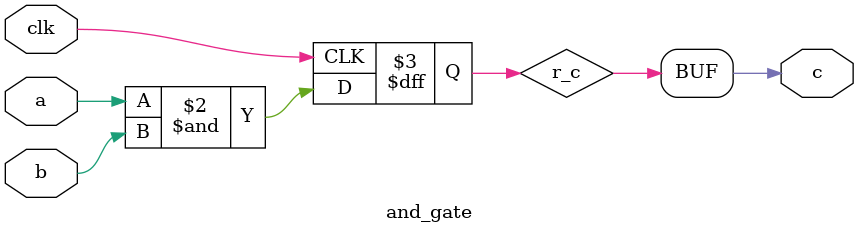
<source format=v>

module and_gate (
      input    clk,
      input    a,
      input    b,
      output   c
);

reg r_c;

always @(posedge clk) begin
   r_c  <= a & b;
end

assign c = r_c;

endmodule



</source>
